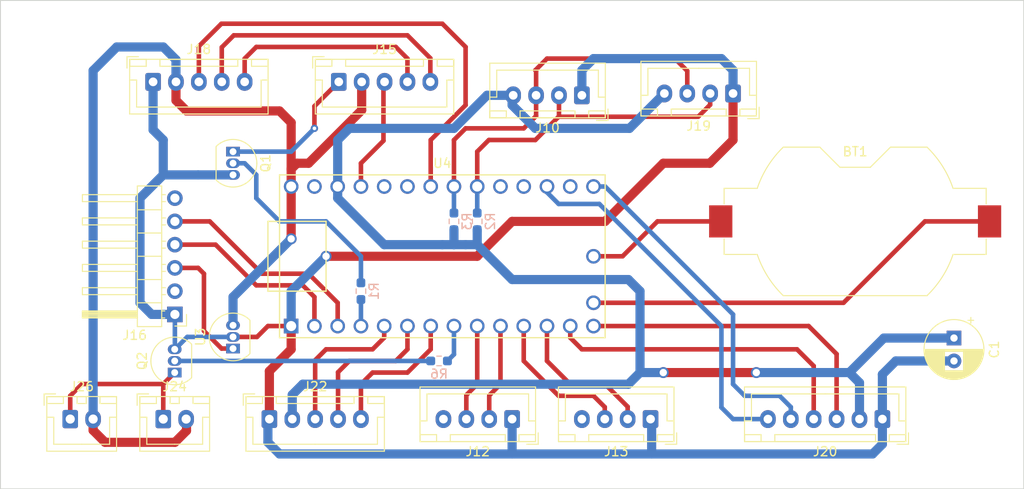
<source format=kicad_pcb>
(kicad_pcb (version 20211014) (generator pcbnew)
  (layers (0 "F.Cu" signal) (31 "B.Cu" signal) (34 "B.Paste" user) (35 "F.Paste" user) (36 "B.SilkS" user "B.Silkscreen") (37 "F.SilkS" user "F.Silkscreen") (38 "B.Mask" user) (39 "F.Mask" user) (44 "Edge.Cuts" user))
  (net 0 "")
  (net 1 "Net-(BT1-Pad1)")
  (net 2 "Net-(Q1-Pad2)")
  (net 3 "GNDD")
  (net 4 "/3V3")
  (net 5 "+5V")
  (net 6 "Net-(BT1-Pad2)")
  (net 7 "SCK")
  (net 8 "Net-(J15-Pad1)")
  (net 9 "MISO")
  (net 11 "SD_CS")
  (net 14 "SDA")
  (net 15 "SCL")
  (net 16 "Net-(J15-Pad3)")
  (net 19 "Net-(J18-Pad3)")
  (net 20 "+3V3")
  (net 22 "MOSI")
  (net 23 "Net-(J13-Pad2)")
  (net 24 "Net-(J13-Pad3)")
  (net 25 "Net-(J12-Pad2)")
  (net 26 "Net-(J12-Pad3)")
  (net 27 "Net-(J21-Pad3)")
  (net 28 "Net-(J21-Pad4)")
  (net 29 "Net-(J21-Pad5)")
  (net 30 "Net-(J24-Pad1)")
  (net 31 "Net-(R1-Pad1)")
  (net 32 "/TX")
  (net 33 "/RX")
  (net 36 "Net-(J15-Pad4)")
  (net 37 "Net-(J15-Pad5)")
  (net 40 "Net-(Q2-Pad2)")
  (net 41 "Net-(U4-Pad8)")
  (footprint "Connector_JST:JST_XH_B4B-XH-A_1x04_P2.50mm_Vertical" (layer "F.Cu") (at 138.43 60.96 180)
    (fp_text reference "J19" (at 3.75 -3.55) (layer "F.SilkS"))
    (fp_text value "I2C")
    (pad "1" thru_hole roundrect (at 0 0 180) (size 1.7 1.95) (drill 0.95) (layers *.Cu *.Mask) (roundrect_rratio 0.147059) (net 3 "GNDD"))
    (pad "2" thru_hole oval (at 2.5 0 180) (size 1.7 1.95) (drill 0.95) (layers *.Cu *.Mask) (net 14 "SDA"))
    (pad "3" thru_hole oval (at 5 0 180) (size 1.7 1.95) (drill 0.95) (layers *.Cu *.Mask) (net 15 "SCL"))
    (pad "4" thru_hole oval (at 7.5 0 180) (size 1.7 1.95) (drill 0.95) (layers *.Cu *.Mask) (net 20 "+3V3"))
  )
  (footprint "Connector_JST:JST_XH_B4B-XH-A_1x04_P2.50mm_Vertical" (layer "F.Cu") (at 114.3 96.52 180)
    (fp_text reference "J12" (at 3.75 -3.55) (layer "F.SilkS"))
    (fp_text value "Serial3")
    (pad "1" thru_hole roundrect (at 0 0 180) (size 1.7 1.95) (drill 0.95) (layers *.Cu *.Mask) (roundrect_rratio 0.147059) (net 3 "GNDD"))
    (pad "2" thru_hole oval (at 2.5 0 180) (size 1.7 1.95) (drill 0.95) (layers *.Cu *.Mask) (net 25 "Net-(J12-Pad2)"))
    (pad "3" thru_hole oval (at 5 0 180) (size 1.7 1.95) (drill 0.95) (layers *.Cu *.Mask) (net 26 "Net-(J12-Pad3)"))
    (pad "4" thru_hole oval (at 7.5 0 180) (size 1.7 1.95) (drill 0.95) (layers *.Cu *.Mask))
  )
  (footprint "Package_TO_SOT_THT:TO-92_Inline" (layer "F.Cu") (at 83.82 67.31 -90)
    (fp_text reference "Q1" (at 1.27 -3.56 90) (layer "F.SilkS"))
    (fp_text value "BC337")
    (pad "1" thru_hole rect (at 0 0 270) (size 1.05 1.5) (drill 0.75) (layers *.Cu *.Mask) (net 8 "Net-(J15-Pad1)"))
    (pad "2" thru_hole oval (at 1.27 0 270) (size 1.05 1.5) (drill 0.75) (layers *.Cu *.Mask) (net 2 "Net-(Q1-Pad2)"))
    (pad "3" thru_hole oval (at 2.54 0 270) (size 1.05 1.5) (drill 0.75) (layers *.Cu *.Mask) (net 3 "GNDD"))
  )
  (footprint "Connector_JST:JST_XH_B5B-XH-A_1x05_P2.50mm_Vertical" (layer "F.Cu") (at 75.09 59.69)
    (fp_text reference "J18" (at 5 -3.55) (layer "F.SilkS"))
    (fp_text value "Power")
    (pad "1" thru_hole roundrect (at 0 0) (size 1.7 1.95) (drill 0.95) (layers *.Cu *.Mask) (roundrect_rratio 0.147059) (net 3 "GNDD"))
    (pad "2" thru_hole oval (at 2.5 0) (size 1.7 1.95) (drill 0.95) (layers *.Cu *.Mask) (net 5 "+5V"))
    (pad "3" thru_hole oval (at 5 0) (size 1.7 1.95) (drill 0.95) (layers *.Cu *.Mask) (net 19 "Net-(J18-Pad3)"))
    (pad "4" thru_hole oval (at 7.5 0) (size 1.7 1.95) (drill 0.95) (layers *.Cu *.Mask) (net 37 "Net-(J15-Pad5)"))
    (pad "5" thru_hole oval (at 10 0) (size 1.7 1.95) (drill 0.95) (layers *.Cu *.Mask) (net 36 "Net-(J15-Pad4)"))
  )
  (footprint "Package_TO_SOT_THT:TO-92_Inline" (layer "F.Cu") (at 77.45 91.44 90)
    (fp_text reference "Q2" (at 1.27 -3.56 90) (layer "F.SilkS"))
    (fp_text value "BC337")
    (pad "1" thru_hole rect (at 0 0 90) (size 1.05 1.5) (drill 0.75) (layers *.Cu *.Mask) (net 30 "Net-(J24-Pad1)"))
    (pad "2" thru_hole oval (at 1.27 0 90) (size 1.05 1.5) (drill 0.75) (layers *.Cu *.Mask) (net 40 "Net-(Q2-Pad2)"))
    (pad "3" thru_hole oval (at 2.54 0 90) (size 1.05 1.5) (drill 0.75) (layers *.Cu *.Mask) (net 3 "GNDD"))
  )
  (footprint "Connector_JST:JST_XH_B4B-XH-A_1x04_P2.50mm_Vertical" (layer "F.Cu") (at 129.42 96.52 180)
    (fp_text reference "J13" (at 3.75 -3.55) (layer "F.SilkS"))
    (fp_text value "Serial2")
    (pad "1" thru_hole roundrect (at 0 0 180) (size 1.7 1.95) (drill 0.95) (layers *.Cu *.Mask) (roundrect_rratio 0.147059) (net 3 "GNDD"))
    (pad "2" thru_hole oval (at 2.5 0 180) (size 1.7 1.95) (drill 0.95) (layers *.Cu *.Mask) (net 23 "Net-(J13-Pad2)"))
    (pad "3" thru_hole oval (at 5 0 180) (size 1.7 1.95) (drill 0.95) (layers *.Cu *.Mask) (net 24 "Net-(J13-Pad3)"))
    (pad "4" thru_hole oval (at 7.5 0 180) (size 1.7 1.95) (drill 0.95) (layers *.Cu *.Mask))
  )
  (footprint "Connector_JST:JST_XH_B5B-XH-A_1x05_P2.50mm_Vertical" (layer "F.Cu") (at 95.37 59.69)
    (fp_text reference "J15" (at 5 -3.55) (layer "F.SilkS"))
    (fp_text value "Startbutton")
    (pad "1" thru_hole roundrect (at 0 0) (size 1.7 1.95) (drill 0.95) (layers *.Cu *.Mask) (roundrect_rratio 0.147059) (net 8 "Net-(J15-Pad1)"))
    (pad "2" thru_hole oval (at 2.5 0) (size 1.7 1.95) (drill 0.95) (layers *.Cu *.Mask) (net 5 "+5V"))
    (pad "3" thru_hole oval (at 5 0) (size 1.7 1.95) (drill 0.95) (layers *.Cu *.Mask) (net 16 "Net-(J15-Pad3)"))
    (pad "4" thru_hole oval (at 7.5 0) (size 1.7 1.95) (drill 0.95) (layers *.Cu *.Mask) (net 36 "Net-(J15-Pad4)"))
    (pad "5" thru_hole oval (at 10 0) (size 1.7 1.95) (drill 0.95) (layers *.Cu *.Mask) (net 37 "Net-(J15-Pad5)"))
  )
  (footprint "Connector_JST:JST_XH_B2B-XH-A_1x02_P2.50mm_Vertical" (layer "F.Cu") (at 76.2 96.52)
    (fp_text reference "J24" (at 1.25 -3.55) (layer "F.SilkS"))
    (fp_text value "Fan")
    (pad "1" thru_hole roundrect (at 0 0) (size 1.7 2) (drill 1) (layers *.Cu *.Mask) (roundrect_rratio 0.147059) (net 30 "Net-(J24-Pad1)"))
    (pad "2" thru_hole oval (at 2.5 0) (size 1.7 2) (drill 1) (layers *.Cu *.Mask) (net 5 "+5V"))
  )
  (footprint "Connector_JST:JST_XH_B4B-XH-A_1x04_P2.50mm_Vertical" (layer "F.Cu") (at 121.92 61.16 180)
    (fp_text reference "J10" (at 3.75 -3.55) (layer "F.SilkS"))
    (fp_text value "Steering Wheel I2C")
    (pad "1" thru_hole roundrect (at 0 0 180) (size 1.7 1.95) (drill 0.95) (layers *.Cu *.Mask) (roundrect_rratio 0.147059) (net 3 "GNDD"))
    (pad "2" thru_hole oval (at 2.5 0 180) (size 1.7 1.95) (drill 0.95) (layers *.Cu *.Mask) (net 14 "SDA"))
    (pad "3" thru_hole oval (at 5 0 180) (size 1.7 1.95) (drill 0.95) (layers *.Cu *.Mask) (net 15 "SCL"))
    (pad "4" thru_hole oval (at 7.5 0 180) (size 1.7 1.95) (drill 0.95) (layers *.Cu *.Mask) (net 20 "+3V3"))
  )
  (footprint "Battery:BatteryHolder_Keystone_1058_1x2032" (layer "F.Cu") (at 151.765 74.93 180)
    (fp_text reference "BT1" (at 0 7.62) (layer "F.SilkS"))
    (fp_text value "3V")
    (pad "1" smd rect (at -14.68 0 180) (size 2.54 3.51) (layers "F.Cu" "F.Paste" "F.Mask") (net 1 "Net-(BT1-Pad1)"))
    (pad "2" smd rect (at 14.68 0 180) (size 2.54 3.51) (layers "F.Cu" "F.Paste" "F.Mask") (net 6 "Net-(BT1-Pad2)"))
  )
  (footprint "teensy:Teensy30_31_32_All_Pins" (layer "F.Cu") (at 106.68 78.74)
    (fp_text reference "U4" (at 0 -10.16) (layer "F.SilkS"))
    (fp_text value "Teensy3.2")
    (pad "1" thru_hole rect (at -16.51 7.62) (size 1.6 1.6) (drill 1.1) (layers *.Cu *.Mask) (net 3 "GNDD"))
    (pad "2" thru_hole circle (at -13.97 7.62) (size 1.6 1.6) (drill 1.1) (layers *.Cu *.Mask) (net 33 "/RX"))
    (pad "3" thru_hole circle (at -11.43 7.62) (size 1.6 1.6) (drill 1.1) (layers *.Cu *.Mask) (net 32 "/TX"))
    (pad "4" thru_hole circle (at -8.89 7.62) (size 1.6 1.6) (drill 1.1) (layers *.Cu *.Mask) (net 31 "Net-(R1-Pad1)"))
    (pad "5" thru_hole circle (at -6.35 7.62) (size 1.6 1.6) (drill 1.1) (layers *.Cu *.Mask) (net 27 "Net-(J21-Pad3)"))
    (pad "6" thru_hole circle (at -3.81 7.62) (size 1.6 1.6) (drill 1.1) (layers *.Cu *.Mask) (net 28 "Net-(J21-Pad4)"))
    (pad "7" thru_hole circle (at -1.27 7.62) (size 1.6 1.6) (drill 1.1) (layers *.Cu *.Mask) (net 29 "Net-(J21-Pad5)"))
    (pad "8" thru_hole circle (at 1.27 7.62) (size 1.6 1.6) (drill 1.1) (layers *.Cu *.Mask) (net 41 "Net-(U4-Pad8)"))
    (pad "9" thru_hole circle (at 3.81 7.62) (size 1.6 1.6) (drill 1.1) (layers *.Cu *.Mask) (net 26 "Net-(J12-Pad3)"))
    (pad "10" thru_hole circle (at 6.35 7.62) (size 1.6 1.6) (drill 1.1) (layers *.Cu *.Mask) (net 25 "Net-(J12-Pad2)"))
    (pad "11" thru_hole circle (at 8.89 7.62) (size 1.6 1.6) (drill 1.1) (layers *.Cu *.Mask) (net 24 "Net-(J13-Pad3)"))
    (pad "12" thru_hole circle (at 11.43 7.62) (size 1.6 1.6) (drill 1.1) (layers *.Cu *.Mask) (net 23 "Net-(J13-Pad2)"))
    (pad "13" thru_hole circle (at 13.97 7.62) (size 1.6 1.6) (drill 1.1) (layers *.Cu *.Mask) (net 22 "MOSI"))
    (pad "14" thru_hole circle (at 16.51 7.62) (size 1.6 1.6) (drill 1.1) (layers *.Cu *.Mask) (net 9 "MISO"))
    (pad "15" thru_hole circle (at 16.51 5.08) (size 1.6 1.6) (drill 1.1) (layers *.Cu *.Mask) (net 1 "Net-(BT1-Pad1)"))
    (pad "17" thru_hole circle (at 16.51 0) (size 1.6 1.6) (drill 1.1) (layers *.Cu *.Mask) (net 6 "Net-(BT1-Pad2)"))
    (pad "20" thru_hole circle (at 16.51 -7.62) (size 1.6 1.6) (drill 1.1) (layers *.Cu *.Mask) (net 7 "SCK"))
    (pad "21" thru_hole circle (at 13.97 -7.62) (size 1.6 1.6) (drill 1.1) (layers *.Cu *.Mask))
    (pad "22" thru_hole circle (at 11.43 -7.62) (size 1.6 1.6) (drill 1.1) (layers *.Cu *.Mask) (net 11 "SD_CS"))
    (pad "23" thru_hole circle (at 8.89 -7.62) (size 1.6 1.6) (drill 1.1) (layers *.Cu *.Mask))
    (pad "24" thru_hole circle (at 6.35 -7.62) (size 1.6 1.6) (drill 1.1) (layers *.Cu *.Mask))
    (pad "25" thru_hole circle (at 3.81 -7.62) (size 1.6 1.6) (drill 1.1) (layers *.Cu *.Mask) (net 14 "SDA"))
    (pad "26" thru_hole circle (at 1.27 -7.62) (size 1.6 1.6) (drill 1.1) (layers *.Cu *.Mask) (net 15 "SCL"))
    (pad "27" thru_hole circle (at -1.27 -7.62) (size 1.6 1.6) (drill 1.1) (layers *.Cu *.Mask) (net 19 "Net-(J18-Pad3)"))
    (pad "28" thru_hole circle (at -3.81 -7.62) (size 1.6 1.6) (drill 1.1) (layers *.Cu *.Mask))
    (pad "29" thru_hole circle (at -6.35 -7.62) (size 1.6 1.6) (drill 1.1) (layers *.Cu *.Mask))
    (pad "30" thru_hole circle (at -8.89 -7.62) (size 1.6 1.6) (drill 1.1) (layers *.Cu *.Mask) (net 16 "Net-(J15-Pad3)"))
    (pad "31" thru_hole circle (at -11.43 -7.62) (size 1.6 1.6) (drill 1.1) (layers *.Cu *.Mask) (net 20 "+3V3"))
    (pad "32" thru_hole circle (at -13.97 -7.62) (size 1.6 1.6) (drill 1.1) (layers *.Cu *.Mask))
    (pad "33" thru_hole circle (at -16.51 -7.62) (size 1.6 1.6) (drill 1.1) (layers *.Cu *.Mask) (net 5 "+5V"))
  )
  (footprint "Connector_JST:JST_XH_B5B-XH-A_1x05_P2.50mm_Vertical" (layer "F.Cu") (at 87.79 96.52)
    (fp_text reference "J22" (at 5 -3.55) (layer "F.SilkS"))
    (fp_text value "Modebutton")
    (pad "1" thru_hole roundrect (at 0 0) (size 1.7 1.95) (drill 0.95) (layers *.Cu *.Mask) (roundrect_rratio 0.147059) (net 3 "GNDD"))
    (pad "2" thru_hole oval (at 2.5 0) (size 1.7 1.95) (drill 0.95) (layers *.Cu *.Mask) (net 20 "+3V3"))
    (pad "3" thru_hole oval (at 5 0) (size 1.7 1.95) (drill 0.95) (layers *.Cu *.Mask) (net 27 "Net-(J21-Pad3)"))
    (pad "4" thru_hole oval (at 7.5 0) (size 1.7 1.95) (drill 0.95) (layers *.Cu *.Mask) (net 28 "Net-(J21-Pad4)"))
    (pad "5" thru_hole oval (at 10 0) (size 1.7 1.95) (drill 0.95) (layers *.Cu *.Mask) (net 29 "Net-(J21-Pad5)"))
  )
  (footprint "Package_TO_SOT_THT:TO-92_Inline" (layer "F.Cu") (at 83.82 88.817893 90)
    (fp_text reference "U3" (at 1.27 -3.56 90) (layer "F.SilkS"))
    (fp_text value "L78L33_TO92")
    (pad "1" thru_hole rect (at 0 0 90) (size 1.05 1.5) (drill 0.75) (layers *.Cu *.Mask) (net 4 "/3V3"))
    (pad "2" thru_hole oval (at 1.27 0 90) (size 1.05 1.5) (drill 0.75) (layers *.Cu *.Mask) (net 3 "GNDD"))
    (pad "3" thru_hole oval (at 2.54 0 90) (size 1.05 1.5) (drill 0.75) (layers *.Cu *.Mask) (net 5 "+5V"))
  )
  (footprint "Connector_JST:JST_XH_B2B-XH-A_1x02_P2.50mm_Vertical" (layer "F.Cu") (at 66.04 96.52)
    (fp_text reference "J26" (at 1.25 -3.55) (layer "F.SilkS"))
    (fp_text value "Fan")
    (pad "1" thru_hole roundrect (at 0 0) (size 1.7 2) (drill 1) (layers *.Cu *.Mask) (roundrect_rratio 0.147059) (net 30 "Net-(J24-Pad1)"))
    (pad "2" thru_hole oval (at 2.5 0) (size 1.7 2) (drill 1) (layers *.Cu *.Mask) (net 5 "+5V"))
  )
  (footprint "Capacitor_THT:CP_Radial_D6.3mm_P2.50mm" (layer "F.Cu") (at 162.56 87.67 -90)
    (fp_text reference "C1" (at 1.25 -4.4 90) (layer "F.SilkS"))
    (fp_text value "100uF")
    (pad "1" thru_hole rect (at 0 0 270) (size 1.6 1.6) (drill 0.8) (layers *.Cu *.Mask) (net 20 "+3V3"))
    (pad "2" thru_hole circle (at 2.5 0 270) (size 1.6 1.6) (drill 0.8) (layers *.Cu *.Mask) (net 3 "GNDD"))
  )
  (footprint "Connector_JST:JST_XH_B6B-XH-A_1x06_P2.50mm_Vertical" (layer "F.Cu") (at 154.74 96.52 180)
    (fp_text reference "J20" (at 6.25 -3.55) (layer "F.SilkS"))
    (fp_text value "SPI_SD")
    (pad "1" thru_hole roundrect (at 0 0 180) (size 1.7 1.95) (drill 0.95) (layers *.Cu *.Mask) (roundrect_rratio 0.147059) (net 3 "GNDD"))
    (pad "2" thru_hole oval (at 2.5 0 180) (size 1.7 1.95) (drill 0.95) (layers *.Cu *.Mask) (net 20 "+3V3"))
    (pad "3" thru_hole oval (at 5 0 180) (size 1.7 1.95) (drill 0.95) (layers *.Cu *.Mask) (net 9 "MISO"))
    (pad "4" thru_hole oval (at 7.5 0 180) (size 1.7 1.95) (drill 0.95) (layers *.Cu *.Mask) (net 22 "MOSI"))
    (pad "5" thru_hole oval (at 10 0 180) (size 1.7 1.95) (drill 0.95) (layers *.Cu *.Mask) (net 7 "SCK"))
    (pad "6" thru_hole oval (at 12.5 0 180) (size 1.7 1.95) (drill 0.95) (layers *.Cu *.Mask) (net 11 "SD_CS"))
  )
  (footprint "Connector_PinHeader_2.54mm:PinHeader_1x06_P2.54mm_Horizontal" (layer "F.Cu") (at 77.47 85.09 180)
    (fp_text reference "J16" (at 4.385 -2.27 180) (layer "F.SilkS"))
    (fp_text value "Serial")
    (pad "1" thru_hole rect (at 0 0 180) (size 1.7 1.7) (drill 1) (layers *.Cu *.Mask) (net 3 "GNDD"))
    (pad "2" thru_hole oval (at 0 2.54 180) (size 1.7 1.7) (drill 1) (layers *.Cu *.Mask))
    (pad "3" thru_hole oval (at 0 5.08 180) (size 1.7 1.7) (drill 1) (layers *.Cu *.Mask) (net 4 "/3V3"))
    (pad "4" thru_hole oval (at 0 7.62 180) (size 1.7 1.7) (drill 1) (layers *.Cu *.Mask) (net 33 "/RX"))
    (pad "5" thru_hole oval (at 0 10.16 180) (size 1.7 1.7) (drill 1) (layers *.Cu *.Mask) (net 32 "/TX"))
    (pad "6" thru_hole oval (at 0 12.7 180) (size 1.7 1.7) (drill 1) (layers *.Cu *.Mask))
  )
  (footprint "Resistor_SMD:R_0603_1608Metric_Pad0.98x0.95mm_HandSolder" (layer "B.Cu") (at 107.95 74.93 90)
    (fp_text reference "R3" (at 0 1.43 90) (layer "B.SilkS") (effects (justify mirror)))
    (fp_text value "4k7")
    (pad "1" smd roundrect (at -0.9125 0 90) (size 0.975 0.95) (layers "B.Cu" "B.Paste" "B.Mask") (net 20 "+3V3"))
    (pad "2" smd roundrect (at 0.9125 0 90) (size 0.975 0.95) (layers "B.Cu" "B.Paste" "B.Mask") (net 15 "SCL"))
  )
  (footprint "Resistor_SMD:R_0603_1608Metric_Pad0.98x0.95mm_HandSolder" (layer "B.Cu") (at 110.49 74.93 90)
    (fp_text reference "R2" (at 0 1.43 90) (layer "B.SilkS") (effects (justify mirror)))
    (fp_text value "4k7")
    (pad "1" smd roundrect (at -0.9125 0 90) (size 0.975 0.95) (layers "B.Cu" "B.Paste" "B.Mask") (net 20 "+3V3"))
    (pad "2" smd roundrect (at 0.9125 0 90) (size 0.975 0.95) (layers "B.Cu" "B.Paste" "B.Mask") (net 14 "SDA"))
  )
  (footprint "Resistor_SMD:R_0603_1608Metric_Pad0.98x0.95mm_HandSolder" (layer "B.Cu") (at 97.79 82.55 90)
    (fp_text reference "R1" (at 0 1.43 90) (layer "B.SilkS") (effects (justify mirror)))
    (fp_text value "220")
    (pad "1" smd roundrect (at -0.9125 0 90) (size 0.975 0.95) (layers "B.Cu" "B.Paste" "B.Mask") (net 31 "Net-(R1-Pad1)"))
    (pad "2" smd roundrect (at 0.9125 0 90) (size 0.975 0.95) (layers "B.Cu" "B.Paste" "B.Mask") (net 2 "Net-(Q1-Pad2)"))
  )
  (footprint "Resistor_SMD:R_0603_1608Metric_Pad0.98x0.95mm_HandSolder" (layer "B.Cu") (at 106.3225 90.17)
    (fp_text reference "R6" (at 0 1.43) (layer "B.SilkS") (effects (justify mirror)))
    (fp_text value "200")
    (pad "1" smd roundrect (at -0.9125 0) (size 0.975 0.95) (layers "B.Cu" "B.Paste" "B.Mask") (net 40 "Net-(Q2-Pad2)"))
    (pad "2" smd roundrect (at 0.9125 0) (size 0.975 0.95) (layers "B.Cu" "B.Paste" "B.Mask") (net 41 "Net-(U4-Pad8)"))
  )
  (gr_rect (start 58.42 50.8) (end 170.18 104.14) (layer "Edge.Cuts") (width 0.1) (fill none))
  (segment (start 123.19 83.82) (end 150.495 83.82) (width 0.5) (layer "F.Cu") (net 1))
  (segment (start 150.495 83.82) (end 159.385 74.93) (width 0.5) (layer "F.Cu") (net 1))
  (segment (start 159.385 74.93) (end 166.445 74.93) (width 0.5) (layer "F.Cu") (net 1))
  (segment (start 93.98 74.93) (end 97.79 78.74) (width 0.5) (layer "B.Cu") (net 2))
  (segment (start 88.9 74.93) (end 93.98 74.93) (width 0.5) (layer "B.Cu") (net 2))
  (segment (start 85.09 68.58) (end 86.36 69.85) (width 0.5) (layer "B.Cu") (net 2))
  (segment (start 86.36 72.39) (end 88.9 74.93) (width 0.5) (layer "B.Cu") (net 2))
  (segment (start 97.79 78.74) (end 97.79 81.6375) (width 0.5) (layer "B.Cu") (net 2))
  (segment (start 83.82 68.58) (end 85.09 68.58) (width 0.5) (layer "B.Cu") (net 2))
  (segment (start 86.36 69.85) (end 86.36 72.39) (width 0.5) (layer "B.Cu") (net 2))
  (segment (start 87.79 91.28) (end 90.17 88.9) (width 1) (layer "F.Cu") (net 3))
  (segment (start 130.81 68.58) (end 124.46 74.93) (width 1) (layer "F.Cu") (net 3))
  (segment (start 138.43 60.96) (end 138.43 66.04) (width 1) (layer "F.Cu") (net 3))
  (segment (start 138.43 66.04) (end 135.89 68.58) (width 1) (layer "F.Cu") (net 3))
  (segment (start 86.442107 87.547893) (end 87.63 86.36) (width 0.5) (layer "F.Cu") (net 3))
  (segment (start 87.63 86.36) (end 90.17 86.36) (width 0.5) (layer "F.Cu") (net 3))
  (segment (start 135.89 68.58) (end 130.81 68.58) (width 1) (layer "F.Cu") (net 3))
  (segment (start 124.46 74.93) (end 114.3 74.93) (width 1) (layer "F.Cu") (net 3))
  (segment (start 87.79 96.52) (end 87.79 91.28) (width 1) (layer "F.Cu") (net 3))
  (segment (start 114.3 74.93) (end 110.49 78.74) (width 1) (layer "F.Cu") (net 3))
  (segment (start 110.49 78.74) (end 93.98 78.74) (width 1) (layer "F.Cu") (net 3))
  (segment (start 90.17 88.9) (end 90.17 86.36) (width 1) (layer "F.Cu") (net 3))
  (segment (start 83.82 87.547893) (end 86.442107 87.547893) (width 0.5) (layer "F.Cu") (net 3))
  (via (at 93.98 78.74) (size 1.2) (drill 0.8) (layers "F.Cu" "B.Cu") (net 3))
  (segment (start 77.47 85.09) (end 77.47 88.88) (width 0.5) (layer "B.Cu") (net 3))
  (segment (start 76.2 69.85) (end 80.01 69.85) (width 1) (layer "B.Cu") (net 3))
  (segment (start 162.56 90.17) (end 156.21 90.17) (width 1) (layer "B.Cu") (net 3))
  (segment (start 78.822107 87.547893) (end 83.82 87.547893) (width 0.5) (layer "B.Cu") (net 3))
  (segment (start 154.74 96.52) (end 154.74 99.26) (width 1) (layer "B.Cu") (net 3))
  (segment (start 87.63 96.68) (end 87.79 96.52) (width 1) (layer "B.Cu") (net 3))
  (segment (start 76.2 66.04) (end 76.2 69.85) (width 1) (layer "B.Cu") (net 3))
  (segment (start 75.09 59.69) (end 75.09 64.93) (width 1) (layer "B.Cu") (net 3))
  (segment (start 90.17 86.36) (end 90.17 82.55) (width 1) (layer "B.Cu") (net 3))
  (segment (start 153.67 100.33) (end 129.54 100.33) (width 1) (layer "B.Cu") (net 3))
  (segment (start 77.47 85.09) (end 74.93 85.09) (width 1) (layer "B.Cu") (net 3))
  (segment (start 123.19 57.15) (end 121.92 58.42) (width 1) (layer "B.Cu") (net 3))
  (segment (start 73.66 83.82) (end 73.66 72.39) (width 1) (layer "B.Cu") (net 3))
  (segment (start 138.43 58.42) (end 137.16 57.15) (width 1) (layer "B.Cu") (net 3))
  (segment (start 80.01 69.85) (end 83.82 69.85) (width 1) (layer "B.Cu") (net 3))
  (segment (start 129.54 100.33) (end 114.3 100.33) (width 1) (layer "B.Cu") (net 3))
  (segment (start 77.45 88.9) (end 77.47 88.9) (width 0.5) (layer "B.Cu") (net 3))
  (segment (start 88.9 100.33) (end 87.63 99.06) (width 1) (layer "B.Cu") (net 3))
  (segment (start 129.42 96.52) (end 129.54 96.64) (width 1) (layer "B.Cu") (net 3))
  (segment (start 114.3 100.33) (end 88.9 100.33) (width 1) (layer "B.Cu") (net 3))
  (segment (start 154.74 99.26) (end 153.67 100.33) (width 1) (layer "B.Cu") (net 3))
  (segment (start 74.93 85.09) (end 73.66 83.82) (width 1) (layer "B.Cu") (net 3))
  (segment (start 156.21 90.17) (end 154.74 91.64) (width 1) (layer "B.Cu") (net 3))
  (segment (start 121.92 58.42) (end 121.92 61.16) (width 1) (layer "B.Cu") (net 3))
  (segment (start 75.09 64.93) (end 76.2 66.04) (width 1) (layer "B.Cu") (net 3))
  (segment (start 154.74 91.64) (end 154.74 96.52) (width 1) (layer "B.Cu") (net 3))
  (segment (start 87.63 99.06) (end 87.63 96.68) (width 1) (layer "B.Cu") (net 3))
  (segment (start 90.17 82.55) (end 93.98 78.74) (width 1) (layer "B.Cu") (net 3))
  (segment (start 77.47 88.88) (end 77.45 88.9) (width 0.5) (layer "B.Cu") (net 3))
  (segment (start 77.47 88.9) (end 78.822107 87.547893) (width 0.5) (layer "B.Cu") (net 3))
  (segment (start 138.43 60.96) (end 138.43 58.42) (width 1) (layer "B.Cu") (net 3))
  (segment (start 129.54 96.64) (end 129.54 100.33) (width 1) (layer "B.Cu") (net 3))
  (segment (start 137.16 57.15) (end 123.19 57.15) (width 1) (layer "B.Cu") (net 3))
  (segment (start 114.3 96.52) (end 114.3 100.33) (width 1) (layer "B.Cu") (net 3))
  (segment (start 73.66 72.39) (end 76.2 69.85) (width 1) (layer "B.Cu") (net 3))
  (segment (start 80.645 80.645) (end 80.01 80.01) (width 0.5) (layer "F.Cu") (net 4))
  (segment (start 83.82 88.817893) (end 82.57 88.817893) (width 0.5) (layer "F.Cu") (net 4))
  (segment (start 82.57 88.817893) (end 80.645 86.892893) (width 0.5) (layer "F.Cu") (net 4))
  (segment (start 80.01 80.01) (end 77.47 80.01) (width 0.5) (layer "F.Cu") (net 4))
  (segment (start 80.645 86.892893) (end 80.645 80.645) (width 0.5) (layer "F.Cu") (net 4))
  (segment (start 90.805 68.58) (end 90.17 69.215) (width 1) (layer "F.Cu") (net 5))
  (segment (start 69.85 99.06) (end 77.47 99.06) (width 1) (layer "F.Cu") (net 5))
  (segment (start 92.075 68.58) (end 90.805 68.58) (width 1) (layer "F.Cu") (net 5))
  (segment (start 77.59 61.715) (end 78.74 62.865) (width 1) (layer "F.Cu") (net 5))
  (segment (start 90.17 64.135) (end 90.17 69.215) (width 1) (layer "F.Cu") (net 5))
  (segment (start 97.87 59.69) (end 97.87 62.785) (width 1) (layer "F.Cu") (net 5))
  (segment (start 97.87 62.785) (end 92.075 68.58) (width 1) (layer "F.Cu") (net 5))
  (segment (start 78.74 62.865) (end 88.9 62.865) (width 1) (layer "F.Cu") (net 5))
  (segment (start 68.54 97.75) (end 69.85 99.06) (width 1) (layer "F.Cu") (net 5))
  (segment (start 77.59 59.69) (end 77.59 61.715) (width 1) (layer "F.Cu") (net 5))
  (segment (start 78.74 96.56) (end 78.7 96.52) (width 1) (layer "F.Cu") (net 5))
  (segment (start 77.47 99.06) (end 78.74 97.79) (width 1) (layer "F.Cu") (net 5))
  (segment (start 88.9 62.865) (end 90.17 64.135) (width 1) (layer "F.Cu") (net 5))
  (segment (start 78.74 97.79) (end 78.74 96.56) (width 1) (layer "F.Cu") (net 5))
  (segment (start 90.17 76.835) (end 90.17 71.12) (width 1) (layer "F.Cu") (net 5))
  (segment (start 68.54 96.52) (end 68.54 97.75) (width 1) (layer "F.Cu") (net 5))
  (segment (start 90.17 69.215) (end 90.17 71.12) (width 1) (layer "F.Cu") (net 5))
  (via (at 90.17 76.835) (size 1.2) (drill 0.8) (layers "F.Cu" "B.Cu") (net 5))
  (segment (start 76.2 55.88) (end 77.59 57.27) (width 1) (layer "B.Cu") (net 5))
  (segment (start 68.54 58.46) (end 71.12 55.88) (width 1) (layer "B.Cu") (net 5))
  (segment (start 83.82 83.185) (end 90.17 76.835) (width 1) (layer "B.Cu") (net 5))
  (segment (start 83.82 86.277893) (end 83.82 83.185) (width 1) (layer "B.Cu") (net 5))
  (segment (start 71.12 55.88) (end 76.2 55.88) (width 1) (layer "B.Cu") (net 5))
  (segment (start 77.59 57.27) (end 77.59 59.69) (width 1) (layer "B.Cu") (net 5))
  (segment (start 68.54 96.52) (end 68.54 58.46) (width 1) (layer "B.Cu") (net 5))
  (segment (start 123.19 78.74) (end 126.365 78.74) (width 0.5) (layer "F.Cu") (net 6))
  (segment (start 130.175 74.93) (end 137.085 74.93) (width 0.5) (layer "F.Cu") (net 6))
  (segment (start 126.365 78.74) (end 130.175 74.93) (width 0.5) (layer "F.Cu") (net 6))
  (segment (start 124.46 71.12) (end 123.19 71.12) (width 0.5) (layer "B.Cu") (net 7))
  (segment (start 138.43 85.09) (end 124.46 71.12) (width 0.5) (layer "B.Cu") (net 7))
  (segment (start 144.74 96.52) (end 144.74 95.21) (width 0.5) (layer "B.Cu") (net 7))
  (segment (start 139.7 93.98) (end 138.43 92.71) (width 0.5) (layer "B.Cu") (net 7))
  (segment (start 143.51 93.98) (end 139.7 93.98) (width 0.5) (layer "B.Cu") (net 7))
  (segment (start 144.74 95.21) (end 143.51 93.98) (width 0.5) (layer "B.Cu") (net 7))
  (segment (start 138.43 92.71) (end 138.43 85.09) (width 0.5) (layer "B.Cu") (net 7))
  (segment (start 95.37 59.69) (end 92.71 62.35) (width 0.5) (layer "F.Cu") (net 8))
  (segment (start 92.71 62.35) (end 92.71 64.77) (width 0.5) (layer "F.Cu") (net 8))
  (via (at 92.71 64.77) (size 0.8) (drill 0.4) (layers "F.Cu" "B.Cu") (net 8))
  (segment (start 92.71 64.77) (end 90.17 67.31) (width 0.5) (layer "B.Cu") (net 8))
  (segment (start 90.17 67.31) (end 83.82 67.31) (width 0.5) (layer "B.Cu") (net 8))
  (segment (start 146.685 86.36) (end 123.19 86.36) (width 0.5) (layer "F.Cu") (net 9))
  (segment (start 149.74 96.52) (end 149.74 89.415) (width 0.5) (layer "F.Cu") (net 9))
  (segment (start 149.74 89.415) (end 146.685 86.36) (width 0.5) (layer "F.Cu") (net 9))
  (segment (start 123.825 73.025) (end 137.16 86.36) (width 0.5) (layer "B.Cu") (net 11))
  (segment (start 137.16 86.36) (end 137.16 95.25) (width 0.5) (layer "B.Cu") (net 11))
  (segment (start 118.11 71.12) (end 118.11 71.755) (width 0.5) (layer "B.Cu") (net 11))
  (segment (start 118.11 71.755) (end 119.38 73.025) (width 0.5) (layer "B.Cu") (net 11))
  (segment (start 138.43 96.52) (end 142.24 96.52) (width 0.5) (layer "B.Cu") (net 11))
  (segment (start 119.38 73.025) (end 123.825 73.025) (width 0.5) (layer "B.Cu") (net 11))
  (segment (start 137.16 95.25) (end 138.43 96.52) (width 0.5) (layer "B.Cu") (net 11))
  (segment (start 135.93 62.19) (end 134.62 63.5) (width 0.5) (layer "F.Cu") (net 14))
  (segment (start 116.84 66.04) (end 119.42 63.46) (width 0.5) (layer "F.Cu") (net 14))
  (segment (start 119.42 63.46) (end 119.42 61.16) (width 0.5) (layer "F.Cu") (net 14))
  (segment (start 111.76 66.04) (end 116.84 66.04) (width 0.5) (layer "F.Cu") (net 14))
  (segment (start 110.49 67.31) (end 111.76 66.04) (width 0.5) (layer "F.Cu") (net 14))
  (segment (start 110.49 71.12) (end 110.49 67.31) (width 0.5) (layer "F.Cu") (net 14))
  (segment (start 119.38 63.5) (end 119.42 63.46) (width 0.5) (layer "F.Cu") (net 14))
  (segment (start 135.93 60.96) (end 135.93 62.19) (width 0.5) (layer "F.Cu") (net 14))
  (segment (start 134.62 63.5) (end 119.38 63.5) (width 0.5) (layer "F.Cu") (net 14))
  (segment (start 110.49 74.0175) (end 110.49 71.12) (width 0.5) (layer "B.Cu") (net 14))
  (segment (start 115.57 64.77) (end 109.22 64.77) (width 0.5) (layer "F.Cu") (net 15))
  (segment (start 116.92 61.16) (end 116.92 63.42) (width 0.5) (layer "F.Cu") (net 15))
  (segment (start 116.92 58.5) (end 116.92 61.16) (width 0.5) (layer "F.Cu") (net 15))
  (segment (start 116.92 63.42) (end 115.57 64.77) (width 0.5) (layer "F.Cu") (net 15))
  (segment (start 109.22 64.77) (end 107.95 66.04) (width 0.5) (layer "F.Cu") (net 15))
  (segment (start 132.08 57.15) (end 118.11 57.15) (width 0.5) (layer "F.Cu") (net 15))
  (segment (start 116.84 58.42) (end 116.92 58.5) (width 0.5) (layer "F.Cu") (net 15))
  (segment (start 107.95 66.04) (end 107.95 71.12) (width 0.5) (layer "F.Cu") (net 15))
  (segment (start 133.43 58.5) (end 132.08 57.15) (width 0.5) (layer "F.Cu") (net 15))
  (segment (start 133.43 60.96) (end 133.43 58.5) (width 0.5) (layer "F.Cu") (net 15))
  (segment (start 118.11 57.15) (end 116.84 58.42) (width 0.5) (layer "F.Cu") (net 15))
  (segment (start 107.95 74.0175) (end 107.95 71.12) (width 0.5) (layer "B.Cu") (net 15))
  (segment (start 100.25 66.12) (end 100.25 59.69) (width 0.5) (layer "F.Cu") (net 16))
  (segment (start 97.79 68.58) (end 97.79 71.12) (width 0.5) (layer "F.Cu") (net 16))
  (segment (start 97.79 68.58) (end 100.25 66.12) (width 0.5) (layer "F.Cu") (net 16))
  (segment (start 80.09 59.69) (end 80.09 55.8) (width 0.5) (layer "F.Cu") (net 19))
  (segment (start 80.09 55.8) (end 82.55 53.34) (width 0.5) (layer "F.Cu") (net 19))
  (segment (start 106.68 53.34) (end 109.22 55.88) (width 0.5) (layer "F.Cu") (net 19))
  (segment (start 109.22 55.88) (end 109.22 62.23) (width 0.5) (layer "F.Cu") (net 19))
  (segment (start 105.41 66.04) (end 105.41 71.12) (width 0.5) (layer "F.Cu") (net 19))
  (segment (start 109.22 62.23) (end 105.41 66.04) (width 0.5) (layer "F.Cu") (net 19))
  (segment (start 82.55 53.34) (end 106.68 53.34) (width 0.5) (layer "F.Cu") (net 19))
  (segment (start 140.97 91.44) (end 130.81 91.44) (width 1) (layer "F.Cu") (net 20))
  (via (at 140.97 91.44) (size 1.2) (drill 0.8) (layers "F.Cu" "B.Cu") (net 20))
  (via (at 130.81 91.44) (size 1.2) (drill 0.8) (layers "F.Cu" "B.Cu") (net 20))
  (segment (start 152.24 96.52) (end 152.24 92.55) (width 1) (layer "B.Cu") (net 20))
  (segment (start 162.56 87.67) (end 154.9 87.67) (width 1) (layer "B.Cu") (net 20))
  (segment (start 110.49 77.47) (end 114.3 81.28) (width 1) (layer "B.Cu") (net 20))
  (segment (start 114.42 61.16) (end 111.56 61.16) (width 1) (layer "B.Cu") (net 20))
  (segment (start 107.95 75.8425) (end 107.95 77.47) (width 1) (layer "B.Cu") (net 20))
  (segment (start 95.25 66.04) (end 95.25 71.12) (width 1) (layer "B.Cu") (net 20))
  (segment (start 114.3 62.23) (end 114.3 61.28) (width 1) (layer "B.Cu") (net 20))
  (segment (start 110.49 77.47) (end 109.22 77.47) (width 1) (layer "B.Cu") (net 20))
  (segment (start 95.25 72.39) (end 95.25 71.12) (width 1) (layer "B.Cu") (net 20))
  (segment (start 116.84 64.77) (end 114.3 62.23) (width 1) (layer "B.Cu") (net 20))
  (segment (start 109.22 77.47) (end 107.95 77.47) (width 1) (layer "B.Cu") (net 20))
  (segment (start 114.3 61.28) (end 114.42 61.16) (width 1) (layer "B.Cu") (net 20))
  (segment (start 130.81 91.44) (end 128.27 91.44) (width 1) (layer "B.Cu") (net 20))
  (segment (start 128.27 82.55) (end 128.27 91.44) (width 1) (layer "B.Cu") (net 20))
  (segment (start 111.56 61.16) (end 107.95 64.77) (width 1) (layer "B.Cu") (net 20))
  (segment (start 91.44 92.71) (end 90.29 93.86) (width 1) (layer "B.Cu") (net 20))
  (segment (start 127 81.28) (end 128.27 82.55) (width 1) (layer "B.Cu") (net 20))
  (segment (start 127.12 64.77) (end 116.84 64.77) (width 1) (layer "B.Cu") (net 20))
  (segment (start 100.33 77.47) (end 95.25 72.39) (width 1) (layer "B.Cu") (net 20))
  (segment (start 107.95 64.77) (end 96.52 64.77) (width 1) (layer "B.Cu") (net 20))
  (segment (start 110.49 75.8425) (end 110.49 77.47) (width 1) (layer "B.Cu") (net 20))
  (segment (start 107.95 77.47) (end 106.68 77.47) (width 1) (layer "B.Cu") (net 20))
  (segment (start 106.68 77.47) (end 100.33 77.47) (width 1) (layer "B.Cu") (net 20))
  (segment (start 154.9 87.67) (end 151.13 91.44) (width 1) (layer "B.Cu") (net 20))
  (segment (start 114.3 81.28) (end 127 81.28) (width 1) (layer "B.Cu") (net 20))
  (segment (start 151.13 91.44) (end 140.97 91.44) (width 1) (layer "B.Cu") (net 20))
  (segment (start 130.93 60.96) (end 127.12 64.77) (width 1) (layer "B.Cu") (net 20))
  (segment (start 96.52 64.77) (end 95.25 66.04) (width 1) (layer "B.Cu") (net 20))
  (segment (start 128.27 91.44) (end 127 92.71) (width 1) (layer "B.Cu") (net 20))
  (segment (start 127 92.71) (end 91.44 92.71) (width 1) (layer "B.Cu") (net 20))
  (segment (start 90.29 93.86) (end 90.29 96.52) (width 1) (layer "B.Cu") (net 20))
  (segment (start 152.24 92.55) (end 151.13 91.44) (width 1) (layer "B.Cu") (net 20))
  (segment (start 121.92 88.9) (end 145.415 88.9) (width 0.5) (layer "F.Cu") (net 22))
  (segment (start 145.415 88.9) (end 147.24 90.725) (width 0.5) (layer "F.Cu") (net 22))
  (segment (start 147.24 90.725) (end 147.24 96.52) (width 0.5) (layer "F.Cu") (net 22))
  (segment (start 120.65 87.63) (end 121.92 88.9) (width 0.5) (layer "F.Cu") (net 22))
  (segment (start 120.65 86.36) (end 120.65 87.63) (width 0.5) (layer "F.Cu") (net 22))
  (segment (start 118.11 90.17) (end 120.65 92.71) (width 0.5) (layer "F.Cu") (net 23))
  (segment (start 124.46 92.71) (end 126.92 95.17) (width 0.5) (layer "F.Cu") (net 23))
  (segment (start 118.11 86.36) (end 118.11 90.17) (width 0.5) (layer "F.Cu") (net 23))
  (segment (start 126.92 95.17) (end 126.92 96.52) (width 0.5) (layer "F.Cu") (net 23))
  (segment (start 120.65 92.71) (end 124.46 92.71) (width 0.5) (layer "F.Cu") (net 23))
  (segment (start 123.19 93.98) (end 124.42 95.21) (width 0.5) (layer "F.Cu") (net 24))
  (segment (start 115.57 86.36) (end 115.57 90.17) (width 0.5) (layer "F.Cu") (net 24))
  (segment (start 124.42 95.21) (end 124.42 96.52) (width 0.5) (layer "F.Cu") (net 24))
  (segment (start 115.57 90.17) (end 119.38 93.98) (width 0.5) (layer "F.Cu") (net 24))
  (segment (start 119.38 93.98) (end 123.19 93.98) (width 0.5) (layer "F.Cu") (net 24))
  (segment (start 111.8 93.94) (end 113.03 92.71) (width 0.5) (layer "F.Cu") (net 25))
  (segment (start 111.8 96.52) (end 111.8 93.94) (width 0.5) (layer "F.Cu") (net 25))
  (segment (start 113.03 92.71) (end 113.03 86.36) (width 0.5) (layer "F.Cu") (net 25))
  (segment (start 110.49 92.71) (end 110.49 86.36) (width 0.5) (layer "F.Cu") (net 26))
  (segment (start 109.3 93.9) (end 110.49 92.71) (width 0.5) (layer "F.Cu") (net 26))
  (segment (start 109.3 96.52) (end 109.3 93.9) (width 0.5) (layer "F.Cu") (net 26))
  (segment (start 100.33 87.63) (end 99.06 88.9) (width 0.5) (layer "F.Cu") (net 27))
  (segment (start 99.06 88.9) (end 93.98 88.9) (width 0.5) (layer "F.Cu") (net 27))
  (segment (start 100.33 86.36) (end 100.33 87.63) (width 0.5) (layer "F.Cu") (net 27))
  (segment (start 92.79 90.09) (end 92.79 96.52) (width 0.5) (layer "F.Cu") (net 27))
  (segment (start 93.98 88.9) (end 92.79 90.09) (width 0.5) (layer "F.Cu") (net 27))
  (segment (start 102.87 88.9) (end 102.87 86.36) (width 0.5) (layer "F.Cu") (net 28))
  (segment (start 101.6 90.17) (end 102.87 88.9) (width 0.5) (layer "F.Cu") (net 28))
  (segment (start 96.52 90.17) (end 101.6 90.17) (width 0.5) (layer "F.Cu") (net 28))
  (segment (start 95.29 96.52) (end 95.29 91.4) (width 0.5) (layer "F.Cu") (net 28))
  (segment (start 95.29 91.4) (end 96.52 90.17) (width 0.5) (layer "F.Cu") (net 28))
  (segment (start 102.87 91.44) (end 99.06 91.44) (width 0.5) (layer "F.Cu") (net 29))
  (segment (start 105.41 86.36) (end 105.41 88.9) (width 0.5) (layer "F.Cu") (net 29))
  (segment (start 99.06 91.44) (end 97.79 92.71) (width 0.5) (layer "F.Cu") (net 29))
  (segment (start 105.41 88.9) (end 102.87 91.44) (width 0.5) (layer "F.Cu") (net 29))
  (segment (start 97.79 92.71) (end 97.79 96.52) (width 0.5) (layer "F.Cu") (net 29))
  (segment (start 76.2 96.52) (end 76.2 92.69) (width 0.5) (layer "F.Cu") (net 30))
  (segment (start 76.2 92.69) (end 67.33 92.69) (width 0.5) (layer "F.Cu") (net 30))
  (segment (start 66.04 93.98) (end 66.04 96.52) (width 0.5) (layer "F.Cu") (net 30))
  (segment (start 76.2 92.69) (end 77.45 91.44) (width 0.5) (layer "F.Cu") (net 30))
  (segment (start 67.33 92.69) (end 66.04 93.98) (width 0.5) (layer "F.Cu") (net 30))
  (segment (start 97.79 83.4625) (end 97.79 86.36) (width 0.5) (layer "B.Cu") (net 31))
  (segment (start 81.28 74.93) (end 86.995 80.645) (width 0.5) (layer "F.Cu") (net 32))
  (segment (start 77.47 74.93) (end 81.28 74.93) (width 0.5) (layer "F.Cu") (net 32))
  (segment (start 86.995 80.645) (end 92.075 80.645) (width 0.5) (layer "F.Cu") (net 32))
  (segment (start 92.075 80.645) (end 95.25 83.82) (width 0.5) (layer "F.Cu") (net 32))
  (segment (start 95.25 83.82) (end 95.25 86.36) (width 0.5) (layer "F.Cu") (net 32))
  (segment (start 81.915 77.47) (end 86.36 81.915) (width 0.5) (layer "F.Cu") (net 33))
  (segment (start 91.44 81.915) (end 92.71 83.185) (width 0.5) (layer "F.Cu") (net 33))
  (segment (start 92.71 83.185) (end 92.71 86.36) (width 0.5) (layer "F.Cu") (net 33))
  (segment (start 77.47 77.47) (end 81.915 77.47) (width 0.5) (layer "F.Cu") (net 33))
  (segment (start 86.36 81.915) (end 91.44 81.915) (width 0.5) (layer "F.Cu") (net 33))
  (segment (start 86.36 55.88) (end 85.09 57.15) (width 0.5) (layer "F.Cu") (net 36))
  (segment (start 102.87 57.15) (end 101.6 55.88) (width 0.5) (layer "F.Cu") (net 36))
  (segment (start 102.87 59.69) (end 102.87 57.15) (width 0.5) (layer "F.Cu") (net 36))
  (segment (start 101.6 55.88) (end 86.36 55.88) (width 0.5) (layer "F.Cu") (net 36))
  (segment (start 85.09 57.15) (end 85.09 59.69) (width 0.5) (layer "F.Cu") (net 36))
  (segment (start 82.59 55.92) (end 82.59 59.69) (width 0.5) (layer "F.Cu") (net 37))
  (segment (start 105.37 57.11) (end 105.37 59.69) (width 0.5) (layer "F.Cu") (net 37))
  (segment (start 82.59 55.92) (end 83.9 54.61) (width 0.5) (layer "F.Cu") (net 37))
  (segment (start 83.9 54.61) (end 102.87 54.61) (width 0.5) (layer "F.Cu") (net 37))
  (segment (start 102.87 54.61) (end 105.37 57.11) (width 0.5) (layer "F.Cu") (net 37))
  (segment (start 105.41 90.17) (end 77.45 90.17) (width 0.5) (layer "B.Cu") (net 40))
  (segment (start 107.95 89.455) (end 107.235 90.17) (width 0.5) (layer "B.Cu") (net 41))
  (segment (start 107.95 86.36) (end 107.95 89.455) (width 0.5) (layer "B.Cu") (net 41))
)
</source>
